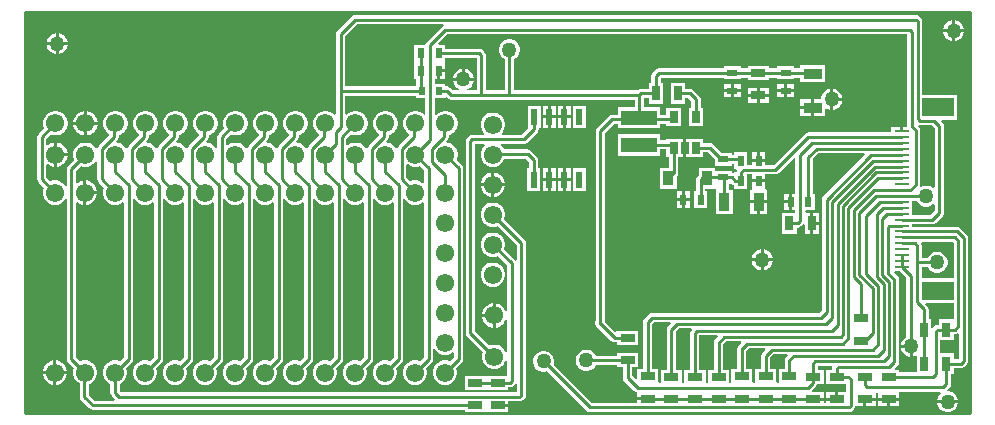
<source format=gtl>
G04*
G04 #@! TF.GenerationSoftware,Altium Limited,Altium Designer,21.7.2 (23)*
G04*
G04 Layer_Physical_Order=1*
G04 Layer_Color=255*
%FSLAX25Y25*%
%MOIN*%
G70*
G04*
G04 #@! TF.SameCoordinates,B8BBB409-1C5D-4E28-8008-B1E3FC97E4F7*
G04*
G04*
G04 #@! TF.FilePolarity,Positive*
G04*
G01*
G75*
%ADD10C,0.01000*%
%ADD12R,0.02756X0.03937*%
%ADD13R,0.12008X0.05118*%
%ADD14R,0.02362X0.02756*%
%ADD15R,0.03583X0.04803*%
%ADD16R,0.02362X0.05512*%
%ADD17R,0.05118X0.00984*%
%ADD18R,0.11024X0.06299*%
%ADD19R,0.05118X0.02756*%
%ADD20R,0.02756X0.05118*%
%ADD21R,0.02362X0.03543*%
%ADD22R,0.06299X0.03543*%
%ADD23R,0.03543X0.02362*%
%ADD24R,0.03543X0.06299*%
%ADD40C,0.06102*%
%ADD41C,0.05000*%
G36*
X293927Y95636D02*
X293887Y95587D01*
X292626D01*
Y94095D01*
X291626D01*
Y95587D01*
X288567D01*
Y93655D01*
X261024D01*
X260438Y93539D01*
X259942Y93207D01*
X249457Y82722D01*
X246669D01*
Y83752D01*
X244488D01*
X242307D01*
Y82722D01*
X240758D01*
Y87024D01*
X236396D01*
Y86181D01*
X235449D01*
Y86833D01*
X232068D01*
X229237Y89664D01*
X228741Y89996D01*
X228156Y90112D01*
X226000D01*
Y91551D01*
X222260D01*
Y91555D01*
X220382D01*
Y88587D01*
Y85618D01*
X221244D01*
Y85614D01*
X226000D01*
Y87053D01*
X227522D01*
X229906Y84670D01*
Y82471D01*
X235449D01*
Y83122D01*
X236396D01*
Y81480D01*
X236956D01*
X237223Y80980D01*
X237170Y80900D01*
X237056Y80331D01*
X236402D01*
X236402Y80331D01*
X235913Y80180D01*
X235449Y80296D01*
Y80921D01*
X230016D01*
Y81748D01*
X224433D01*
Y79509D01*
X224115Y79192D01*
X223784Y78695D01*
X223668Y78110D01*
Y74032D01*
X223016D01*
Y68488D01*
X227378D01*
Y74032D01*
X226726D01*
Y74945D01*
X229933D01*
X230172Y74734D01*
X230299Y74562D01*
Y66323D01*
X235842D01*
Y74622D01*
X234600D01*
Y76559D01*
X235449D01*
X235449Y76559D01*
Y76559D01*
X235503Y76506D01*
X235533Y76478D01*
X236029Y76146D01*
X236402Y76072D01*
Y74787D01*
X240764D01*
Y79663D01*
X242313D01*
Y78059D01*
X244494D01*
X246675D01*
Y79663D01*
X250091D01*
X250676Y79780D01*
X251172Y80111D01*
X256276Y85216D01*
X256738Y85024D01*
Y73244D01*
X255612D01*
Y70472D01*
Y67701D01*
X256738D01*
Y66945D01*
X252347D01*
Y59827D01*
X257103D01*
Y61856D01*
X257480D01*
X258066Y61973D01*
X258562Y62304D01*
X259327Y63069D01*
X259423Y63063D01*
X259827Y62907D01*
Y59827D01*
X261705D01*
Y63386D01*
Y66945D01*
X260244Y66945D01*
X259991Y67445D01*
X260180Y67701D01*
X263205D01*
Y73244D01*
X262553D01*
Y84800D01*
X264413Y86660D01*
X279700D01*
X279892Y86198D01*
X266029Y72335D01*
X265697Y71838D01*
X265581Y71253D01*
Y34460D01*
X264540Y33419D01*
X209055D01*
X208470Y33303D01*
X207974Y32971D01*
X206399Y31396D01*
X206067Y30900D01*
X205951Y30315D01*
Y14779D01*
X203921D01*
Y11493D01*
X203459Y11302D01*
X202317Y12444D01*
Y15339D01*
X204346D01*
Y20095D01*
X197228D01*
Y19247D01*
X190166D01*
X189809Y19866D01*
X189157Y20517D01*
X188359Y20978D01*
X187469Y21216D01*
X186547D01*
X185657Y20978D01*
X184859Y20517D01*
X184207Y19866D01*
X183746Y19068D01*
X183508Y18177D01*
Y17256D01*
X183746Y16366D01*
X184207Y15567D01*
X184859Y14916D01*
X185657Y14455D01*
X186547Y14217D01*
X187469D01*
X188359Y14455D01*
X189157Y14916D01*
X189809Y15567D01*
X190167Y16188D01*
X197228D01*
Y15339D01*
X199258D01*
Y11811D01*
X199374Y11226D01*
X199706Y10730D01*
X203052Y7383D01*
X203549Y7052D01*
X203921Y6978D01*
Y5421D01*
X207480D01*
Y4421D01*
X203921D01*
Y3498D01*
X188822D01*
X176149Y16171D01*
X176335Y16862D01*
Y17784D01*
X176096Y18674D01*
X175635Y19472D01*
X174984Y20123D01*
X174186Y20584D01*
X173295Y20823D01*
X172374D01*
X171484Y20584D01*
X170686Y20123D01*
X170034Y19472D01*
X169573Y18674D01*
X169335Y17784D01*
Y16862D01*
X169573Y15972D01*
X170034Y15174D01*
X170686Y14522D01*
X171484Y14061D01*
X172374Y13823D01*
X173295D01*
X173987Y14008D01*
X187108Y887D01*
X187604Y556D01*
X187883Y500D01*
X187834Y0D01*
X161332D01*
X161039Y379D01*
X161039Y500D01*
Y2257D01*
X157480D01*
Y3257D01*
X161039D01*
Y3982D01*
X164769D01*
X165354Y4099D01*
X165850Y4430D01*
X166436Y5016D01*
X166767Y5512D01*
X166884Y6098D01*
Y56772D01*
X166767Y57357D01*
X166436Y57853D01*
X159663Y64626D01*
X159681Y64657D01*
X159957Y65687D01*
Y66754D01*
X159681Y67784D01*
X159147Y68708D01*
X158393Y69462D01*
X157469Y69996D01*
X156439Y70272D01*
X155372D01*
X154342Y69996D01*
X153418Y69462D01*
X152664Y68708D01*
X152130Y67784D01*
X151854Y66754D01*
Y65687D01*
X152130Y64657D01*
X152664Y63733D01*
X153418Y62979D01*
X154342Y62445D01*
X155372Y62169D01*
X156439D01*
X157469Y62445D01*
X157500Y62463D01*
X163825Y56138D01*
Y51057D01*
X163325Y50905D01*
X163207Y51082D01*
X159663Y54626D01*
X159681Y54657D01*
X159957Y55687D01*
Y56754D01*
X159681Y57784D01*
X159147Y58708D01*
X158393Y59462D01*
X157469Y59996D01*
X156439Y60272D01*
X155372D01*
X154342Y59996D01*
X153418Y59462D01*
X152664Y58708D01*
X152130Y57784D01*
X151854Y56754D01*
Y55687D01*
X152130Y54657D01*
X152664Y53733D01*
X153418Y52979D01*
X154342Y52445D01*
X155372Y52169D01*
X156439D01*
X157469Y52445D01*
X157500Y52463D01*
X160596Y49367D01*
Y34227D01*
X160096Y34161D01*
X160074Y34241D01*
X159541Y35165D01*
X158787Y35919D01*
X157863Y36452D01*
X156833Y36728D01*
X156799D01*
Y32677D01*
Y28626D01*
X156833D01*
X157863Y28902D01*
X158787Y29435D01*
X159541Y30190D01*
X160074Y31113D01*
X160096Y31194D01*
X160596Y31128D01*
Y20447D01*
X160096Y20381D01*
X160074Y20461D01*
X159541Y21385D01*
X158787Y22139D01*
X157863Y22673D01*
X156833Y22949D01*
X155766D01*
X154736Y22673D01*
X154705Y22655D01*
X149955Y27405D01*
Y89809D01*
X153058D01*
X153265Y89309D01*
X152664Y88708D01*
X152130Y87784D01*
X151854Y86754D01*
Y85687D01*
X152130Y84657D01*
X152664Y83733D01*
X153418Y82979D01*
X154342Y82445D01*
X155372Y82169D01*
X156439D01*
X157469Y82445D01*
X158393Y82979D01*
X159147Y83733D01*
X159681Y84657D01*
X159753Y84927D01*
X166847D01*
X168037Y83737D01*
Y81709D01*
X167386D01*
Y74197D01*
X171748D01*
Y81709D01*
X171096D01*
Y84370D01*
X170980Y84955D01*
X170648Y85452D01*
X168562Y87538D01*
X168066Y87870D01*
X167480Y87986D01*
X159564D01*
X159147Y88708D01*
X158546Y89309D01*
X158753Y89809D01*
X166142D01*
X166727Y89926D01*
X167223Y90257D01*
X170766Y93800D01*
X171098Y94297D01*
X171214Y94882D01*
Y95063D01*
X171866D01*
Y102575D01*
X167504D01*
Y95063D01*
X167504Y95063D01*
X167504D01*
X167292Y94651D01*
X165508Y92868D01*
X158989D01*
X158782Y93368D01*
X159147Y93733D01*
X159681Y94657D01*
X159957Y95687D01*
Y96754D01*
X159681Y97784D01*
X159147Y98708D01*
X158393Y99462D01*
X157469Y99996D01*
X156439Y100272D01*
X155372D01*
X154342Y99996D01*
X153418Y99462D01*
X152664Y98708D01*
X152130Y97784D01*
X151854Y96754D01*
Y95687D01*
X152130Y94657D01*
X152664Y93733D01*
X153029Y93368D01*
X152822Y92868D01*
X149011D01*
X148426Y92752D01*
X147930Y92420D01*
X147637Y92127D01*
X147637Y92127D01*
X147637Y92127D01*
X147344Y91834D01*
X147012Y91338D01*
X146896Y90753D01*
Y26772D01*
X147012Y26186D01*
X147344Y25690D01*
X152542Y20492D01*
X152524Y20461D01*
X152248Y19431D01*
Y18364D01*
X152524Y17334D01*
X153058Y16410D01*
X153812Y15656D01*
X154736Y15123D01*
X155766Y14846D01*
X156833D01*
X157863Y15123D01*
X158787Y15656D01*
X159541Y16410D01*
X160074Y17334D01*
X160096Y17414D01*
X160596Y17348D01*
Y12614D01*
X153921D01*
Y12614D01*
X153559D01*
Y12614D01*
X146441D01*
Y7858D01*
X153559D01*
Y7858D01*
X153921D01*
Y7858D01*
X161039D01*
Y8707D01*
X161539D01*
X162125Y8823D01*
X162621Y9155D01*
X163207Y9741D01*
X163325Y9918D01*
X163825Y9766D01*
Y7041D01*
X31928D01*
X31451Y7519D01*
Y9838D01*
X31485Y9847D01*
X32409Y10380D01*
X33163Y11135D01*
X33696Y12058D01*
X33972Y13089D01*
Y14155D01*
X33696Y15186D01*
X33679Y15216D01*
X35554Y17092D01*
X35885Y17588D01*
X36002Y18173D01*
Y71308D01*
X36502Y71442D01*
X36680Y71135D01*
X37434Y70380D01*
X38358Y69847D01*
X39388Y69571D01*
X40455D01*
X41485Y69847D01*
X42409Y70380D01*
X42481Y70453D01*
X42943Y70261D01*
Y18807D01*
X41516Y17379D01*
X41485Y17397D01*
X40455Y17673D01*
X39388D01*
X38358Y17397D01*
X37434Y16864D01*
X36680Y16109D01*
X36146Y15186D01*
X35870Y14155D01*
Y13089D01*
X36146Y12058D01*
X36680Y11135D01*
X37434Y10380D01*
X38358Y9847D01*
X39388Y9571D01*
X40455D01*
X41485Y9847D01*
X42409Y10380D01*
X43163Y11135D01*
X43696Y12058D01*
X43972Y13089D01*
Y14155D01*
X43696Y15186D01*
X43679Y15216D01*
X45554Y17092D01*
X45885Y17588D01*
X46002Y18173D01*
Y71308D01*
X46502Y71442D01*
X46679Y71135D01*
X47434Y70380D01*
X48358Y69847D01*
X49388Y69571D01*
X50455D01*
X51485Y69847D01*
X52409Y70380D01*
X52481Y70453D01*
X52943Y70261D01*
Y18807D01*
X51516Y17379D01*
X51485Y17397D01*
X50455Y17673D01*
X49388D01*
X48358Y17397D01*
X47434Y16864D01*
X46679Y16109D01*
X46146Y15186D01*
X45870Y14155D01*
Y13089D01*
X46146Y12058D01*
X46679Y11135D01*
X47434Y10380D01*
X48358Y9847D01*
X49388Y9571D01*
X50455D01*
X51485Y9847D01*
X52409Y10380D01*
X53163Y11135D01*
X53696Y12058D01*
X53972Y13089D01*
Y14155D01*
X53696Y15186D01*
X53679Y15216D01*
X55554Y17092D01*
X55885Y17588D01*
X56002Y18173D01*
Y71308D01*
X56502Y71442D01*
X56679Y71135D01*
X57434Y70380D01*
X58358Y69847D01*
X59388Y69571D01*
X60455D01*
X61485Y69847D01*
X62409Y70380D01*
X62481Y70453D01*
X62943Y70261D01*
Y18807D01*
X61516Y17379D01*
X61485Y17397D01*
X60455Y17673D01*
X59388D01*
X58358Y17397D01*
X57434Y16864D01*
X56679Y16109D01*
X56146Y15186D01*
X55870Y14155D01*
Y13089D01*
X56146Y12058D01*
X56679Y11135D01*
X57434Y10380D01*
X58358Y9847D01*
X59388Y9571D01*
X60455D01*
X61485Y9847D01*
X62409Y10380D01*
X63163Y11135D01*
X63696Y12058D01*
X63972Y13089D01*
Y14155D01*
X63696Y15186D01*
X63679Y15216D01*
X65554Y17092D01*
X65885Y17588D01*
X66002Y18173D01*
Y71308D01*
X66502Y71442D01*
X66680Y71135D01*
X67434Y70380D01*
X68358Y69847D01*
X69388Y69571D01*
X70455D01*
X71485Y69847D01*
X72409Y70380D01*
X72481Y70453D01*
X72943Y70261D01*
Y18807D01*
X71516Y17379D01*
X71485Y17397D01*
X70455Y17673D01*
X69388D01*
X68358Y17397D01*
X67434Y16864D01*
X66680Y16109D01*
X66146Y15186D01*
X65870Y14155D01*
Y13089D01*
X66146Y12058D01*
X66680Y11135D01*
X67434Y10380D01*
X68358Y9847D01*
X69388Y9571D01*
X70455D01*
X71485Y9847D01*
X72409Y10380D01*
X73163Y11135D01*
X73696Y12058D01*
X73972Y13089D01*
Y14155D01*
X73696Y15186D01*
X73679Y15216D01*
X75554Y17092D01*
X75885Y17588D01*
X76002Y18173D01*
Y71308D01*
X76502Y71442D01*
X76679Y71135D01*
X77434Y70380D01*
X78358Y69847D01*
X79388Y69571D01*
X80455D01*
X81485Y69847D01*
X82409Y70380D01*
X82481Y70453D01*
X82943Y70261D01*
Y18807D01*
X81516Y17379D01*
X81485Y17397D01*
X80455Y17673D01*
X79388D01*
X78358Y17397D01*
X77434Y16864D01*
X76679Y16109D01*
X76146Y15186D01*
X75870Y14155D01*
Y13089D01*
X76146Y12058D01*
X76679Y11135D01*
X77434Y10380D01*
X78358Y9847D01*
X79388Y9571D01*
X80455D01*
X81485Y9847D01*
X82409Y10380D01*
X83163Y11135D01*
X83696Y12058D01*
X83972Y13089D01*
Y14155D01*
X83696Y15186D01*
X83679Y15216D01*
X85554Y17092D01*
X85885Y17588D01*
X86002Y18173D01*
Y71308D01*
X86502Y71442D01*
X86680Y71135D01*
X87434Y70380D01*
X88358Y69847D01*
X89388Y69571D01*
X90455D01*
X91485Y69847D01*
X92409Y70380D01*
X92481Y70453D01*
X92943Y70261D01*
Y18807D01*
X91516Y17379D01*
X91485Y17397D01*
X90455Y17673D01*
X89388D01*
X88358Y17397D01*
X87434Y16864D01*
X86680Y16109D01*
X86146Y15186D01*
X85870Y14155D01*
Y13089D01*
X86146Y12058D01*
X86680Y11135D01*
X87434Y10380D01*
X88358Y9847D01*
X89388Y9571D01*
X90455D01*
X91485Y9847D01*
X92409Y10380D01*
X93163Y11135D01*
X93696Y12058D01*
X93972Y13089D01*
Y14155D01*
X93696Y15186D01*
X93679Y15216D01*
X95554Y17092D01*
X95885Y17588D01*
X96002Y18173D01*
Y71308D01*
X96502Y71442D01*
X96680Y71135D01*
X97434Y70380D01*
X98358Y69847D01*
X99388Y69571D01*
X100455D01*
X101485Y69847D01*
X102409Y70380D01*
X102481Y70453D01*
X102943Y70261D01*
Y18807D01*
X101516Y17379D01*
X101485Y17397D01*
X100455Y17673D01*
X99388D01*
X98358Y17397D01*
X97434Y16864D01*
X96680Y16109D01*
X96146Y15186D01*
X95870Y14155D01*
Y13089D01*
X96146Y12058D01*
X96680Y11135D01*
X97434Y10380D01*
X98358Y9847D01*
X99388Y9571D01*
X100455D01*
X101485Y9847D01*
X102409Y10380D01*
X103163Y11135D01*
X103696Y12058D01*
X103972Y13089D01*
Y14155D01*
X103696Y15186D01*
X103679Y15216D01*
X105554Y17092D01*
X105885Y17588D01*
X106002Y18173D01*
Y71308D01*
X106502Y71442D01*
X106679Y71135D01*
X107434Y70380D01*
X108358Y69847D01*
X109388Y69571D01*
X110455D01*
X111485Y69847D01*
X112409Y70380D01*
X112481Y70453D01*
X112943Y70261D01*
Y18807D01*
X111516Y17379D01*
X111485Y17397D01*
X110455Y17673D01*
X109388D01*
X108358Y17397D01*
X107434Y16864D01*
X106679Y16109D01*
X106146Y15186D01*
X105870Y14155D01*
Y13089D01*
X106146Y12058D01*
X106679Y11135D01*
X107434Y10380D01*
X108358Y9847D01*
X109388Y9571D01*
X110455D01*
X111485Y9847D01*
X112409Y10380D01*
X113163Y11135D01*
X113696Y12058D01*
X113972Y13089D01*
Y14155D01*
X113696Y15186D01*
X113679Y15216D01*
X115554Y17092D01*
X115885Y17588D01*
X116002Y18173D01*
Y71308D01*
X116502Y71442D01*
X116680Y71135D01*
X117434Y70380D01*
X118358Y69847D01*
X119388Y69571D01*
X120455D01*
X121485Y69847D01*
X122409Y70380D01*
X122481Y70453D01*
X122943Y70261D01*
Y18807D01*
X121516Y17379D01*
X121485Y17397D01*
X120455Y17673D01*
X119388D01*
X118358Y17397D01*
X117434Y16864D01*
X116680Y16109D01*
X116146Y15186D01*
X115870Y14155D01*
Y13089D01*
X116146Y12058D01*
X116680Y11135D01*
X117434Y10380D01*
X118358Y9847D01*
X119388Y9571D01*
X120455D01*
X121485Y9847D01*
X122409Y10380D01*
X123163Y11135D01*
X123696Y12058D01*
X123972Y13089D01*
Y14155D01*
X123696Y15186D01*
X123679Y15216D01*
X125554Y17092D01*
X125885Y17588D01*
X126002Y18173D01*
Y71308D01*
X126502Y71442D01*
X126680Y71135D01*
X127434Y70380D01*
X128358Y69847D01*
X129388Y69571D01*
X130455D01*
X131485Y69847D01*
X132409Y70380D01*
X132481Y70453D01*
X132943Y70261D01*
Y18807D01*
X131516Y17379D01*
X131485Y17397D01*
X130455Y17673D01*
X129388D01*
X128358Y17397D01*
X127434Y16864D01*
X126680Y16109D01*
X126146Y15186D01*
X125870Y14155D01*
Y13089D01*
X126146Y12058D01*
X126680Y11135D01*
X127434Y10380D01*
X128358Y9847D01*
X129388Y9571D01*
X130455D01*
X131485Y9847D01*
X132409Y10380D01*
X133163Y11135D01*
X133696Y12058D01*
X133972Y13089D01*
Y14155D01*
X133696Y15186D01*
X133679Y15216D01*
X135554Y17092D01*
X135885Y17588D01*
X136002Y18173D01*
Y21308D01*
X136502Y21442D01*
X136679Y21135D01*
X137434Y20380D01*
X138358Y19847D01*
X139388Y19571D01*
X140455D01*
X141485Y19847D01*
X142409Y20380D01*
X142481Y20453D01*
X142943Y20261D01*
Y18807D01*
X141516Y17379D01*
X141485Y17397D01*
X140455Y17673D01*
X139388D01*
X138358Y17397D01*
X137434Y16864D01*
X136679Y16109D01*
X136146Y15186D01*
X135870Y14155D01*
Y13089D01*
X136146Y12058D01*
X136679Y11135D01*
X137434Y10380D01*
X138358Y9847D01*
X139388Y9571D01*
X140455D01*
X141485Y9847D01*
X142409Y10380D01*
X143163Y11135D01*
X143696Y12058D01*
X143972Y13089D01*
Y14155D01*
X143696Y15186D01*
X143679Y15216D01*
X145554Y17092D01*
X145885Y17588D01*
X146002Y18173D01*
Y81827D01*
X145885Y82412D01*
X145554Y82908D01*
X143836Y84626D01*
X143854Y84657D01*
X144130Y85687D01*
Y86754D01*
X143854Y87784D01*
X143321Y88708D01*
X142566Y89462D01*
X141642Y89996D01*
X140612Y90272D01*
X140510D01*
X140318Y90734D01*
X140673Y91088D01*
X141004Y91584D01*
X141121Y92169D01*
Y92806D01*
X141642Y92945D01*
X142566Y93479D01*
X143321Y94233D01*
X143854Y95157D01*
X144130Y96187D01*
Y97254D01*
X143854Y98284D01*
X143321Y99208D01*
X142566Y99962D01*
X141642Y100496D01*
X140612Y100772D01*
X139545D01*
X138515Y100496D01*
X137591Y99962D01*
X136962Y99333D01*
X136462Y99511D01*
Y105102D01*
X139976D01*
Y105268D01*
X140438Y105460D01*
X140843Y105055D01*
X141339Y104724D01*
X141924Y104607D01*
X203195D01*
Y102181D01*
X197721D01*
Y99561D01*
X195669D01*
X195084Y99445D01*
X194588Y99113D01*
X190651Y95176D01*
X190319Y94680D01*
X190203Y94095D01*
Y31060D01*
X190028Y30798D01*
X189911Y30213D01*
X190028Y29627D01*
X190359Y29131D01*
X195375Y24115D01*
X195871Y23784D01*
X196457Y23667D01*
X197228D01*
Y22819D01*
X204346D01*
Y27575D01*
X197228D01*
Y27295D01*
X196728Y27088D01*
X193262Y30555D01*
Y93461D01*
X196303Y96502D01*
X197721D01*
Y95063D01*
X211728D01*
Y96502D01*
X213764D01*
Y95772D01*
X218520D01*
Y101709D01*
X213764D01*
Y99561D01*
X211728D01*
Y102181D01*
X206254D01*
Y105164D01*
X207859D01*
Y103134D01*
X212615D01*
Y110252D01*
X211766D01*
Y111954D01*
X232949D01*
Y111302D01*
X238492D01*
Y111954D01*
X240823D01*
Y111106D01*
X247941D01*
Y111954D01*
X250665D01*
Y111302D01*
X256209D01*
Y111954D01*
X258343D01*
Y110509D01*
X266642D01*
Y116052D01*
X258343D01*
Y115013D01*
X256209D01*
Y115665D01*
X250665D01*
Y115013D01*
X247941D01*
Y115861D01*
X240823D01*
Y115013D01*
X238492D01*
Y115665D01*
X232949D01*
Y115013D01*
X211121D01*
X210536Y114897D01*
X210040Y114565D01*
X209156Y113681D01*
X208824Y113184D01*
X208707Y112599D01*
Y110252D01*
X207859D01*
Y108222D01*
X205281D01*
X204696Y108106D01*
X204199Y107774D01*
X204091Y107666D01*
X162947D01*
Y118101D01*
X163566Y118459D01*
X164218Y119111D01*
X164679Y119909D01*
X164917Y120799D01*
Y121721D01*
X164679Y122611D01*
X164218Y123409D01*
X163566Y124060D01*
X162768Y124521D01*
X161878Y124760D01*
X160957D01*
X160066Y124521D01*
X159268Y124060D01*
X158617Y123409D01*
X158156Y122611D01*
X157917Y121721D01*
Y120799D01*
X158156Y119909D01*
X158617Y119111D01*
X159268Y118459D01*
X159888Y118101D01*
Y107666D01*
X153498D01*
Y119493D01*
X153382Y120078D01*
X153050Y120574D01*
X152464Y121160D01*
X151968Y121492D01*
X151383Y121608D01*
X139982D01*
Y122850D01*
X137842D01*
X137650Y123312D01*
X140655Y126317D01*
X293927Y126317D01*
Y95636D01*
D02*
G37*
G36*
X139436Y129259D02*
X138940Y128928D01*
X133852Y123839D01*
X133520Y123343D01*
X133422Y122850D01*
X129709D01*
Y117307D01*
X129709D01*
Y116945D01*
X129709D01*
Y111402D01*
X130360D01*
Y109858D01*
X130102D01*
Y109010D01*
X106648D01*
Y125801D01*
X110604Y129758D01*
X139380D01*
X139436Y129259D01*
D02*
G37*
G36*
X150439Y107666D02*
X147517D01*
X147414Y108156D01*
X148212Y108617D01*
X148864Y109268D01*
X149325Y110066D01*
X149553Y110917D01*
X142573D01*
X142801Y110066D01*
X143262Y109268D01*
X143914Y108617D01*
X144712Y108156D01*
X144609Y107666D01*
X142558D01*
X141662Y108562D01*
X141166Y108893D01*
X140580Y109010D01*
X139976D01*
Y109858D01*
X136462D01*
Y111402D01*
X137301D01*
Y114173D01*
X137801D01*
Y114673D01*
X139982D01*
Y116945D01*
X139982D01*
Y117307D01*
X139982D01*
Y118549D01*
X150439D01*
Y107666D01*
D02*
G37*
G36*
X130102Y105102D02*
X133404D01*
Y99832D01*
X132904Y99625D01*
X132566Y99962D01*
X131642Y100496D01*
X130612Y100772D01*
X129545D01*
X128515Y100496D01*
X127591Y99962D01*
X126837Y99208D01*
X126304Y98284D01*
X126028Y97254D01*
Y96187D01*
X126304Y95157D01*
X126837Y94233D01*
X127591Y93479D01*
X127965Y93263D01*
X128007Y92748D01*
X124446Y89187D01*
X124115Y88691D01*
X124062Y88424D01*
X123535Y88337D01*
X123320Y88708D01*
X122566Y89462D01*
X121642Y89996D01*
X120612Y90272D01*
X120510D01*
X120318Y90734D01*
X120673Y91088D01*
X121004Y91584D01*
X121121Y92169D01*
Y92806D01*
X121642Y92945D01*
X122566Y93479D01*
X123320Y94233D01*
X123854Y95157D01*
X124130Y96187D01*
Y97254D01*
X123854Y98284D01*
X123320Y99208D01*
X122566Y99962D01*
X121642Y100496D01*
X120612Y100772D01*
X119545D01*
X118515Y100496D01*
X117591Y99962D01*
X116837Y99208D01*
X116304Y98284D01*
X116028Y97254D01*
Y96187D01*
X116304Y95157D01*
X116837Y94233D01*
X117591Y93479D01*
X117965Y93263D01*
X118007Y92748D01*
X114446Y89187D01*
X114115Y88691D01*
X114062Y88424D01*
X113534Y88337D01*
X113321Y88708D01*
X112566Y89462D01*
X111642Y89996D01*
X110612Y90272D01*
X109545D01*
X108515Y89996D01*
X107591Y89462D01*
X107519Y89390D01*
X107057Y89581D01*
Y91536D01*
X108484Y92963D01*
X108515Y92945D01*
X109545Y92669D01*
X110612D01*
X111642Y92945D01*
X112566Y93479D01*
X113321Y94233D01*
X113854Y95157D01*
X114130Y96187D01*
Y97254D01*
X113854Y98284D01*
X113321Y99208D01*
X112566Y99962D01*
X111642Y100496D01*
X110612Y100772D01*
X109545D01*
X108515Y100496D01*
X107591Y99962D01*
X107148Y99519D01*
X106648Y99726D01*
Y105951D01*
X130102D01*
Y105102D01*
D02*
G37*
G36*
X23998Y83907D02*
Y78016D01*
X24115Y77430D01*
X24446Y76934D01*
X26164Y75217D01*
X26146Y75186D01*
X25870Y74155D01*
Y73089D01*
X26146Y72058D01*
X26680Y71135D01*
X27434Y70380D01*
X28358Y69847D01*
X29388Y69571D01*
X30455D01*
X31485Y69847D01*
X32409Y70380D01*
X32481Y70453D01*
X32943Y70261D01*
Y18807D01*
X31516Y17379D01*
X31485Y17397D01*
X30455Y17673D01*
X29388D01*
X28358Y17397D01*
X27434Y16864D01*
X26680Y16109D01*
X26146Y15186D01*
X25870Y14155D01*
Y13089D01*
X26146Y12058D01*
X26680Y11135D01*
X27434Y10380D01*
X28358Y9847D01*
X28392Y9838D01*
Y6885D01*
X28508Y6300D01*
X28840Y5804D01*
X29857Y4786D01*
X29650Y4286D01*
X23074D01*
X21214Y6145D01*
Y9775D01*
X21485Y9847D01*
X22409Y10380D01*
X23163Y11135D01*
X23696Y12058D01*
X23972Y13089D01*
Y14155D01*
X23696Y15186D01*
X23163Y16109D01*
X22409Y16864D01*
X21485Y17397D01*
X20455Y17673D01*
X19388D01*
X18358Y17397D01*
X18327Y17379D01*
X16899Y18807D01*
Y70261D01*
X17361Y70453D01*
X17434Y70380D01*
X18358Y69847D01*
X19388Y69571D01*
X19421D01*
Y73622D01*
Y77673D01*
X19388D01*
X18358Y77397D01*
X17434Y76864D01*
X17361Y76791D01*
X16899Y76983D01*
Y80878D01*
X18484Y82463D01*
X18515Y82445D01*
X19545Y82169D01*
X20612D01*
X21642Y82445D01*
X22566Y82979D01*
X23321Y83733D01*
X23498Y84041D01*
X23998Y83907D01*
D02*
G37*
G36*
X127591Y82979D02*
X128515Y82445D01*
X129545Y82169D01*
X130612D01*
X131642Y82445D01*
X131673Y82463D01*
X132943Y81193D01*
Y76983D01*
X132481Y76791D01*
X132409Y76864D01*
X131485Y77397D01*
X130455Y77673D01*
X129388D01*
X128358Y77397D01*
X128327Y77379D01*
X127057Y78649D01*
Y82860D01*
X127519Y83051D01*
X127591Y82979D01*
D02*
G37*
G36*
X298207Y96002D02*
X302428D01*
X303195Y95235D01*
Y75296D01*
X302695Y75089D01*
X302543Y75242D01*
X301745Y75702D01*
X300854Y75941D01*
X299933D01*
X299043Y75702D01*
X298741Y75528D01*
X298305Y75854D01*
X298380Y76231D01*
Y94242D01*
X298263Y94827D01*
X297932Y95323D01*
X297653Y95603D01*
X297899Y96063D01*
X298207Y96002D01*
D02*
G37*
G36*
X297593Y70292D02*
X298245Y69640D01*
X299043Y69179D01*
X299933Y68941D01*
X300854D01*
X301745Y69179D01*
X302543Y69640D01*
X302695Y69792D01*
X303195Y69585D01*
Y67563D01*
X301729Y66096D01*
X295685D01*
Y70912D01*
X297235D01*
X297593Y70292D01*
D02*
G37*
G36*
X309504Y56837D02*
Y45094D01*
X298774D01*
Y48864D01*
X300779D01*
X301136Y48245D01*
X301788Y47593D01*
X302586Y47132D01*
X303476Y46894D01*
X304398D01*
X305288Y47132D01*
X306086Y47593D01*
X306738Y48245D01*
X307199Y49043D01*
X307437Y49933D01*
Y50854D01*
X307199Y51745D01*
X306738Y52543D01*
X306086Y53194D01*
X305288Y53655D01*
X304398Y53894D01*
X303476D01*
X302586Y53655D01*
X301788Y53194D01*
X301136Y52543D01*
X300779Y51923D01*
X298774D01*
Y55905D01*
X298657Y56491D01*
X298563Y56632D01*
X298830Y57132D01*
X309209D01*
X309504Y56837D01*
D02*
G37*
G36*
X309477Y32007D02*
X309465Y31512D01*
X304709D01*
Y29482D01*
X304129D01*
X303544Y29366D01*
X303048Y29034D01*
X302485Y28471D01*
X302386Y28478D01*
X301985Y28635D01*
Y31512D01*
X301136D01*
Y34646D01*
X301019Y35231D01*
X300688Y35727D01*
X300081Y36333D01*
X300273Y36795D01*
X309477D01*
Y32007D01*
D02*
G37*
G36*
X311309Y26616D02*
Y18196D01*
X311177Y18065D01*
X309465D01*
Y20095D01*
X305073D01*
Y24394D01*
X309465D01*
Y26423D01*
X309842D01*
X310428Y26540D01*
X310809Y26795D01*
X311309Y26616D01*
D02*
G37*
G36*
X293604Y45178D02*
Y25517D01*
X293127Y25242D01*
X292475Y24590D01*
X292014Y23792D01*
X291786Y22941D01*
X295276D01*
Y22441D01*
X295776D01*
Y18951D01*
X296626Y19180D01*
X296797Y19278D01*
X297230Y19028D01*
Y13734D01*
X291354D01*
Y14583D01*
X290041D01*
X289850Y15045D01*
X290818Y16012D01*
X291149Y16508D01*
X291266Y17094D01*
Y44619D01*
X291149Y45204D01*
X290818Y45700D01*
X289653Y46865D01*
X289844Y47327D01*
X291455D01*
X293604Y45178D01*
D02*
G37*
G36*
X215137Y29898D02*
X214273Y29034D01*
X213941Y28538D01*
X213825Y27953D01*
Y14583D01*
X211795D01*
Y10377D01*
X211539Y10188D01*
X211039Y10440D01*
Y14779D01*
X209010D01*
Y29682D01*
X209689Y30360D01*
X214946D01*
X215137Y29898D01*
D02*
G37*
G36*
X254114Y19268D02*
X253643Y18798D01*
X253311Y18302D01*
X253195Y17717D01*
Y14779D01*
X251165D01*
Y10346D01*
X250787Y10119D01*
X250410Y10346D01*
Y14779D01*
X248380D01*
Y18658D01*
X249452Y19730D01*
X253922D01*
X254114Y19268D01*
D02*
G37*
G36*
X246633Y21237D02*
X245769Y20373D01*
X245437Y19877D01*
X245321Y19291D01*
Y14779D01*
X243291D01*
Y10290D01*
X242791Y10091D01*
X242429Y10325D01*
Y14679D01*
X240400D01*
Y20914D01*
X241185Y21699D01*
X246442D01*
X246633Y21237D01*
D02*
G37*
G36*
X238759Y23599D02*
X238047Y22887D01*
X237789Y22715D01*
X237457Y22218D01*
X237341Y21633D01*
Y14679D01*
X235311D01*
Y9994D01*
X234661D01*
Y14583D01*
X232632D01*
Y22989D01*
X233704Y24061D01*
X238568D01*
X238759Y23599D01*
D02*
G37*
G36*
X230885Y25568D02*
X230021Y24703D01*
X229689Y24207D01*
X229573Y23622D01*
Y14583D01*
X227543D01*
Y9994D01*
X226787D01*
Y14583D01*
X224758D01*
Y26030D01*
X230694D01*
X230885Y25568D01*
D02*
G37*
G36*
X222224Y27930D02*
X222147Y27853D01*
X221815Y27357D01*
X221699Y26772D01*
Y14583D01*
X219669D01*
Y9994D01*
X218913D01*
Y14583D01*
X216884D01*
Y27319D01*
X217956Y28392D01*
X222032D01*
X222224Y27930D01*
D02*
G37*
G36*
X314961Y0D02*
X308242D01*
X308176Y500D01*
X308831Y675D01*
X309629Y1136D01*
X310281Y1788D01*
X310742Y2586D01*
X310970Y3437D01*
X303991D01*
X304219Y2586D01*
X304680Y1788D01*
X305331Y1136D01*
X306129Y675D01*
X306785Y500D01*
X306719Y0D01*
X274966D01*
X274917Y500D01*
X275196Y556D01*
X275693Y887D01*
X276278Y1473D01*
X276610Y1969D01*
X276685Y2347D01*
X279421D01*
Y4725D01*
X279921D01*
Y5225D01*
X283480D01*
Y6780D01*
X283858Y7007D01*
X284236Y6780D01*
Y5225D01*
X287795D01*
X291354D01*
X291354Y7103D01*
X291842Y7132D01*
X305052D01*
X305094Y7072D01*
X305226Y6632D01*
X304680Y6086D01*
X304219Y5288D01*
X303991Y4437D01*
X310970D01*
X310742Y5288D01*
X310281Y6086D01*
X309629Y6738D01*
X308831Y7198D01*
X307941Y7437D01*
X307551D01*
X307344Y7937D01*
X308168Y8761D01*
X308500Y9257D01*
X308616Y9843D01*
Y12976D01*
X309465D01*
Y15006D01*
X311811D01*
X312396Y15123D01*
X312893Y15454D01*
X313920Y16481D01*
X314252Y16978D01*
X314368Y17563D01*
Y58421D01*
X314252Y59007D01*
X313920Y59503D01*
X311711Y61711D01*
X311215Y62043D01*
X310630Y62159D01*
X295685D01*
Y63038D01*
X302362D01*
X302947Y63154D01*
X303444Y63485D01*
X305806Y65848D01*
X306137Y66344D01*
X306254Y66929D01*
Y95869D01*
X306137Y96454D01*
X305806Y96950D01*
X305399Y97357D01*
X305590Y97819D01*
X310764D01*
Y106118D01*
X298982D01*
Y130702D01*
X298866Y131287D01*
X298534Y131783D01*
X297948Y132369D01*
X297452Y132700D01*
X296867Y132817D01*
X109971Y132817D01*
X109971Y132817D01*
X109386Y132700D01*
X108889Y132369D01*
X104037Y127516D01*
X103705Y127020D01*
X103589Y126435D01*
Y107480D01*
Y99647D01*
X103089Y99440D01*
X102566Y99962D01*
X101642Y100496D01*
X100612Y100772D01*
X99545D01*
X98515Y100496D01*
X97591Y99962D01*
X96837Y99208D01*
X96304Y98284D01*
X96028Y97254D01*
Y96187D01*
X96304Y95157D01*
X96837Y94233D01*
X97591Y93479D01*
X97965Y93263D01*
X98007Y92748D01*
X94446Y89187D01*
X94115Y88691D01*
X94062Y88424D01*
X93534Y88337D01*
X93321Y88708D01*
X92566Y89462D01*
X91642Y89996D01*
X90612Y90272D01*
X90510D01*
X90318Y90734D01*
X90673Y91088D01*
X91004Y91584D01*
X91121Y92169D01*
Y92806D01*
X91642Y92945D01*
X92566Y93479D01*
X93321Y94233D01*
X93854Y95157D01*
X94130Y96187D01*
Y97254D01*
X93854Y98284D01*
X93321Y99208D01*
X92566Y99962D01*
X91642Y100496D01*
X90612Y100772D01*
X89545D01*
X88515Y100496D01*
X87591Y99962D01*
X86837Y99208D01*
X86304Y98284D01*
X86028Y97254D01*
Y96187D01*
X86304Y95157D01*
X86837Y94233D01*
X87591Y93479D01*
X87965Y93263D01*
X88007Y92748D01*
X84446Y89187D01*
X84115Y88691D01*
X84062Y88424D01*
X83534Y88337D01*
X83320Y88708D01*
X82566Y89462D01*
X81642Y89996D01*
X80612Y90272D01*
X80510D01*
X80318Y90734D01*
X80673Y91088D01*
X81004Y91584D01*
X81121Y92169D01*
Y92806D01*
X81642Y92945D01*
X82566Y93479D01*
X83320Y94233D01*
X83854Y95157D01*
X84130Y96187D01*
Y97254D01*
X83854Y98284D01*
X83320Y99208D01*
X82566Y99962D01*
X81642Y100496D01*
X80612Y100772D01*
X79545D01*
X78515Y100496D01*
X77591Y99962D01*
X76837Y99208D01*
X76304Y98284D01*
X76028Y97254D01*
Y96187D01*
X76304Y95157D01*
X76837Y94233D01*
X77591Y93479D01*
X77965Y93263D01*
X78007Y92748D01*
X74446Y89187D01*
X74115Y88691D01*
X74062Y88424D01*
X73535Y88337D01*
X73321Y88708D01*
X72566Y89462D01*
X71642Y89996D01*
X70612Y90272D01*
X69545D01*
X68515Y89996D01*
X67591Y89462D01*
X67519Y89390D01*
X67057Y89581D01*
Y91536D01*
X68484Y92963D01*
X68515Y92945D01*
X69545Y92669D01*
X70612D01*
X71642Y92945D01*
X72566Y93479D01*
X73321Y94233D01*
X73854Y95157D01*
X74130Y96187D01*
Y97254D01*
X73854Y98284D01*
X73321Y99208D01*
X72566Y99962D01*
X71642Y100496D01*
X70612Y100772D01*
X69545D01*
X68515Y100496D01*
X67591Y99962D01*
X66837Y99208D01*
X66304Y98284D01*
X66028Y97254D01*
Y96187D01*
X66304Y95157D01*
X66321Y95126D01*
X64446Y93251D01*
X64115Y92755D01*
X63998Y92169D01*
Y88534D01*
X63498Y88400D01*
X63320Y88708D01*
X62566Y89462D01*
X61642Y89996D01*
X60612Y90272D01*
X60510D01*
X60318Y90734D01*
X60673Y91088D01*
X61004Y91584D01*
X61121Y92169D01*
Y92806D01*
X61642Y92945D01*
X62566Y93479D01*
X63320Y94233D01*
X63854Y95157D01*
X64130Y96187D01*
Y97254D01*
X63854Y98284D01*
X63320Y99208D01*
X62566Y99962D01*
X61642Y100496D01*
X60612Y100772D01*
X59545D01*
X58515Y100496D01*
X57591Y99962D01*
X56837Y99208D01*
X56304Y98284D01*
X56028Y97254D01*
Y96187D01*
X56304Y95157D01*
X56837Y94233D01*
X57591Y93479D01*
X57965Y93263D01*
X58007Y92748D01*
X54446Y89187D01*
X54115Y88691D01*
X54062Y88424D01*
X53535Y88337D01*
X53320Y88708D01*
X52566Y89462D01*
X51642Y89996D01*
X50612Y90272D01*
X50510D01*
X50318Y90734D01*
X50673Y91088D01*
X51004Y91584D01*
X51121Y92169D01*
Y92806D01*
X51642Y92945D01*
X52566Y93479D01*
X53320Y94233D01*
X53854Y95157D01*
X54130Y96187D01*
Y97254D01*
X53854Y98284D01*
X53320Y99208D01*
X52566Y99962D01*
X51642Y100496D01*
X50612Y100772D01*
X49545D01*
X48515Y100496D01*
X47591Y99962D01*
X46837Y99208D01*
X46304Y98284D01*
X46028Y97254D01*
Y96187D01*
X46304Y95157D01*
X46837Y94233D01*
X47591Y93479D01*
X47965Y93263D01*
X48007Y92748D01*
X44446Y89187D01*
X44115Y88691D01*
X44062Y88424D01*
X43534Y88337D01*
X43321Y88708D01*
X42566Y89462D01*
X41642Y89996D01*
X40612Y90272D01*
X40510D01*
X40318Y90734D01*
X40673Y91088D01*
X41004Y91584D01*
X41121Y92169D01*
Y92806D01*
X41642Y92945D01*
X42566Y93479D01*
X43321Y94233D01*
X43854Y95157D01*
X44130Y96187D01*
Y97254D01*
X43854Y98284D01*
X43321Y99208D01*
X42566Y99962D01*
X41642Y100496D01*
X40612Y100772D01*
X39545D01*
X38515Y100496D01*
X37591Y99962D01*
X36837Y99208D01*
X36304Y98284D01*
X36028Y97254D01*
Y96187D01*
X36304Y95157D01*
X36837Y94233D01*
X37591Y93479D01*
X37965Y93263D01*
X38007Y92748D01*
X34446Y89187D01*
X34115Y88691D01*
X34062Y88424D01*
X33535Y88337D01*
X33321Y88708D01*
X32566Y89462D01*
X31642Y89996D01*
X30612Y90272D01*
X30510D01*
X30318Y90734D01*
X30673Y91088D01*
X31004Y91584D01*
X31121Y92169D01*
Y92806D01*
X31642Y92945D01*
X32566Y93479D01*
X33321Y94233D01*
X33854Y95157D01*
X34130Y96187D01*
Y97254D01*
X33854Y98284D01*
X33321Y99208D01*
X32566Y99962D01*
X31642Y100496D01*
X30612Y100772D01*
X29545D01*
X28515Y100496D01*
X27591Y99962D01*
X26837Y99208D01*
X26304Y98284D01*
X26028Y97254D01*
Y96187D01*
X26304Y95157D01*
X26837Y94233D01*
X27591Y93479D01*
X27965Y93263D01*
X28007Y92748D01*
X24446Y89187D01*
X24115Y88691D01*
X24062Y88424D01*
X23535Y88337D01*
X23321Y88708D01*
X22566Y89462D01*
X21642Y89996D01*
X20612Y90272D01*
X19545D01*
X18515Y89996D01*
X17591Y89462D01*
X16837Y88708D01*
X16304Y87784D01*
X16028Y86754D01*
Y85687D01*
X16304Y84657D01*
X16321Y84626D01*
X14289Y82593D01*
X13957Y82097D01*
X13841Y81512D01*
Y75936D01*
X13341Y75802D01*
X13163Y76109D01*
X12409Y76864D01*
X11485Y77397D01*
X10455Y77673D01*
X9388D01*
X8358Y77397D01*
X8327Y77379D01*
X7057Y78649D01*
Y82860D01*
X7519Y83051D01*
X7591Y82979D01*
X8515Y82445D01*
X9545Y82169D01*
X9579D01*
Y86221D01*
Y90272D01*
X9545D01*
X8515Y89996D01*
X7591Y89462D01*
X7519Y89390D01*
X7057Y89581D01*
Y91536D01*
X8484Y92963D01*
X8515Y92945D01*
X9545Y92669D01*
X10612D01*
X11642Y92945D01*
X12566Y93479D01*
X13320Y94233D01*
X13854Y95157D01*
X14130Y96187D01*
Y97254D01*
X13854Y98284D01*
X13320Y99208D01*
X12566Y99962D01*
X11642Y100496D01*
X10612Y100772D01*
X9545D01*
X8515Y100496D01*
X7591Y99962D01*
X6837Y99208D01*
X6304Y98284D01*
X6028Y97254D01*
Y96187D01*
X6304Y95157D01*
X6321Y95126D01*
X4446Y93251D01*
X4115Y92755D01*
X3998Y92169D01*
Y78016D01*
X4115Y77430D01*
X4446Y76934D01*
X6164Y75217D01*
X6146Y75186D01*
X5870Y74155D01*
Y73089D01*
X6146Y72058D01*
X6679Y71135D01*
X7434Y70380D01*
X8358Y69847D01*
X9388Y69571D01*
X10455D01*
X11485Y69847D01*
X12409Y70380D01*
X13163Y71135D01*
X13341Y71442D01*
X13841Y71308D01*
Y18173D01*
X13957Y17588D01*
X14289Y17092D01*
X16164Y15216D01*
X16146Y15186D01*
X15870Y14155D01*
Y13089D01*
X16146Y12058D01*
X16680Y11135D01*
X17434Y10380D01*
X18156Y9963D01*
Y5512D01*
X18272Y4927D01*
X18604Y4430D01*
X21359Y1675D01*
X21855Y1344D01*
X22440Y1227D01*
X146441D01*
Y500D01*
X146441Y379D01*
X146148Y0D01*
X0D01*
Y133858D01*
X314961D01*
Y0D01*
D02*
G37*
G36*
X268994Y15475D02*
X269047Y15293D01*
X268943Y14769D01*
Y14582D01*
X266913D01*
Y9826D01*
X273668D01*
Y7102D01*
X270972D01*
Y4724D01*
X270472D01*
Y4224D01*
X266913D01*
Y3498D01*
X266158D01*
Y4224D01*
X262598D01*
Y5224D01*
X266158D01*
Y7102D01*
X262335D01*
X262127Y7602D01*
X263680Y9155D01*
X264011Y9651D01*
X264046Y9826D01*
X266158D01*
Y14582D01*
X264128D01*
Y15793D01*
X268825D01*
X268994Y15475D01*
D02*
G37*
%LPC*%
G36*
X256209Y109753D02*
X253937D01*
Y108072D01*
X256209D01*
Y109753D01*
D02*
G37*
G36*
X238492D02*
X236221D01*
Y108072D01*
X238492D01*
Y109753D01*
D02*
G37*
G36*
X252937D02*
X250665D01*
Y108072D01*
X252937D01*
Y109753D01*
D02*
G37*
G36*
X235221D02*
X232949D01*
Y108072D01*
X235221D01*
Y109753D01*
D02*
G37*
G36*
X247941Y108382D02*
X244882D01*
Y106504D01*
X247941D01*
Y108382D01*
D02*
G37*
G36*
X243882D02*
X240823D01*
Y106504D01*
X243882D01*
Y108382D01*
D02*
G37*
G36*
X256209Y107072D02*
X253937D01*
Y105391D01*
X256209D01*
Y107072D01*
D02*
G37*
G36*
X252937D02*
X250665D01*
Y105391D01*
X252937D01*
Y107072D01*
D02*
G37*
G36*
X238492D02*
X236221D01*
Y105391D01*
X238492D01*
Y107072D01*
D02*
G37*
G36*
X235221D02*
X232949D01*
Y105391D01*
X235221D01*
Y107072D01*
D02*
G37*
G36*
X269398Y108214D02*
Y105224D01*
X272387D01*
X272159Y106075D01*
X271698Y106874D01*
X271047Y107525D01*
X270249Y107986D01*
X269398Y108214D01*
D02*
G37*
G36*
X247941Y105504D02*
X244882D01*
Y103626D01*
X247941D01*
Y105504D01*
D02*
G37*
G36*
X243882D02*
X240823D01*
Y103626D01*
X243882D01*
Y105504D01*
D02*
G37*
G36*
X261992Y104634D02*
X258343D01*
Y102362D01*
X261992D01*
Y104634D01*
D02*
G37*
G36*
X272387Y104224D02*
X269398D01*
Y101235D01*
X270249Y101463D01*
X271047Y101924D01*
X271698Y102575D01*
X272159Y103374D01*
X272387Y104224D01*
D02*
G37*
G36*
X268398Y108214D02*
X267547Y107986D01*
X266749Y107525D01*
X266097Y106874D01*
X265636Y106075D01*
X265398Y105185D01*
Y104634D01*
X262992D01*
Y101862D01*
Y99090D01*
X266642D01*
Y101408D01*
X267142Y101697D01*
X267547Y101463D01*
X268398Y101235D01*
Y104724D01*
Y108214D01*
D02*
G37*
G36*
X181866Y102575D02*
X180185D01*
Y99319D01*
X181866D01*
Y102575D01*
D02*
G37*
G36*
X179185D02*
X177504D01*
Y99319D01*
X179185D01*
Y102575D01*
D02*
G37*
G36*
X176866D02*
X175185D01*
Y99319D01*
X176866D01*
Y102575D01*
D02*
G37*
G36*
X174185D02*
X172504D01*
Y99319D01*
X174185D01*
Y102575D01*
D02*
G37*
G36*
X261992Y101362D02*
X258343D01*
Y99090D01*
X261992D01*
Y101362D01*
D02*
G37*
G36*
X220094Y110252D02*
X215339D01*
Y103134D01*
X220094D01*
Y105164D01*
X221020D01*
X222093Y104091D01*
Y101709D01*
X221244D01*
Y95772D01*
X226000D01*
Y101709D01*
X225151D01*
Y104724D01*
X225035Y105310D01*
X224704Y105806D01*
X222735Y107774D01*
X222239Y108106D01*
X221654Y108222D01*
X220094D01*
Y110252D01*
D02*
G37*
G36*
X186866Y102575D02*
X182504D01*
Y95063D01*
X186866D01*
Y102575D01*
D02*
G37*
G36*
X181866Y98319D02*
X180185D01*
Y95063D01*
X181866D01*
Y98319D01*
D02*
G37*
G36*
X179185D02*
X177504D01*
Y95063D01*
X179185D01*
Y98319D01*
D02*
G37*
G36*
X176866D02*
X175185D01*
Y95063D01*
X176866D01*
Y98319D01*
D02*
G37*
G36*
X174185D02*
X172504D01*
Y95063D01*
X174185D01*
Y98319D01*
D02*
G37*
G36*
X246669Y87024D02*
X244988D01*
Y84752D01*
X246669D01*
Y87024D01*
D02*
G37*
G36*
X243988D02*
X242307D01*
Y84752D01*
X243988D01*
Y87024D01*
D02*
G37*
G36*
X181866Y81709D02*
X180185D01*
Y78453D01*
X181866D01*
Y81709D01*
D02*
G37*
G36*
X179185D02*
X177504D01*
Y78453D01*
X179185D01*
Y81709D01*
D02*
G37*
G36*
X176866D02*
X175185D01*
Y78453D01*
X176866D01*
Y81709D01*
D02*
G37*
G36*
X174185D02*
X172504D01*
Y78453D01*
X174185D01*
Y81709D01*
D02*
G37*
G36*
X156439Y80272D02*
X156405D01*
Y76720D01*
X159957D01*
Y76754D01*
X159681Y77784D01*
X159147Y78708D01*
X158393Y79462D01*
X157469Y79996D01*
X156439Y80272D01*
D02*
G37*
G36*
X155405D02*
X155372D01*
X154342Y79996D01*
X153418Y79462D01*
X152664Y78708D01*
X152130Y77784D01*
X151854Y76754D01*
Y76720D01*
X155405D01*
Y80272D01*
D02*
G37*
G36*
X211728Y93047D02*
X197721D01*
Y85929D01*
X211728D01*
Y87998D01*
X213764D01*
Y85614D01*
X214612D01*
Y81748D01*
X211555D01*
Y74945D01*
X217137D01*
Y78975D01*
X217223Y79061D01*
X217555Y79557D01*
X217671Y80142D01*
Y85614D01*
X218520D01*
Y85618D01*
X219382D01*
Y88587D01*
Y91555D01*
X217504D01*
Y91551D01*
X213764D01*
Y91057D01*
X211728D01*
Y93047D01*
D02*
G37*
G36*
X186866Y81709D02*
X182504D01*
Y74197D01*
X186866D01*
Y81709D01*
D02*
G37*
G36*
X181866Y77453D02*
X180185D01*
Y74197D01*
X181866D01*
Y77453D01*
D02*
G37*
G36*
X179185D02*
X177504D01*
Y74197D01*
X179185D01*
Y77453D01*
D02*
G37*
G36*
X176866D02*
X175185D01*
Y74197D01*
X176866D01*
Y77453D01*
D02*
G37*
G36*
X174185D02*
X172504D01*
Y74197D01*
X174185D01*
Y77453D01*
D02*
G37*
G36*
X159957Y75721D02*
X156405D01*
Y72169D01*
X156439D01*
X157469Y72445D01*
X158393Y72979D01*
X159147Y73733D01*
X159681Y74657D01*
X159957Y75687D01*
Y75721D01*
D02*
G37*
G36*
X155405D02*
X151854D01*
Y75687D01*
X152130Y74657D01*
X152664Y73733D01*
X153418Y72979D01*
X154342Y72445D01*
X155372Y72169D01*
X155405D01*
Y75721D01*
D02*
G37*
G36*
X221466Y74032D02*
X219785D01*
Y71760D01*
X221466D01*
Y74032D01*
D02*
G37*
G36*
X218785D02*
X217104D01*
Y71760D01*
X218785D01*
Y74032D01*
D02*
G37*
G36*
X254612Y73244D02*
X252931D01*
Y70972D01*
X254612D01*
Y73244D01*
D02*
G37*
G36*
X246675Y77059D02*
X244494D01*
X242313D01*
X242313Y74787D01*
X241882Y74622D01*
X241717D01*
Y70972D01*
X244489D01*
X247261D01*
Y74622D01*
X247107D01*
X246675Y74787D01*
X246675Y75122D01*
Y77059D01*
D02*
G37*
G36*
X221466Y70760D02*
X219785D01*
Y68488D01*
X221466D01*
Y70760D01*
D02*
G37*
G36*
X218785D02*
X217104D01*
Y68488D01*
X218785D01*
Y70760D01*
D02*
G37*
G36*
X254612Y69972D02*
X252931D01*
Y67701D01*
X254612D01*
Y69972D01*
D02*
G37*
G36*
X247261D02*
X244989D01*
Y66323D01*
X247261D01*
Y69972D01*
D02*
G37*
G36*
X243989D02*
X241717D01*
Y66323D01*
X243989D01*
Y69972D01*
D02*
G37*
G36*
X262705Y66945D02*
Y63886D01*
X264583D01*
Y66945D01*
X262705D01*
D02*
G37*
G36*
X264583Y62886D02*
X262705D01*
Y59827D01*
X264583D01*
Y62886D01*
D02*
G37*
G36*
X246169Y54671D02*
Y51681D01*
X249159D01*
X248931Y52532D01*
X248470Y53330D01*
X247818Y53982D01*
X247020Y54443D01*
X246169Y54671D01*
D02*
G37*
G36*
X245169D02*
X244318Y54443D01*
X243520Y53982D01*
X242869Y53330D01*
X242408Y52532D01*
X242180Y51681D01*
X245169D01*
Y54671D01*
D02*
G37*
G36*
X249159Y50681D02*
X246169D01*
Y47692D01*
X247020Y47920D01*
X247818Y48380D01*
X248470Y49032D01*
X248931Y49830D01*
X249159Y50681D01*
D02*
G37*
G36*
X245169D02*
X242180D01*
X242408Y49830D01*
X242869Y49032D01*
X243520Y48380D01*
X244318Y47920D01*
X245169Y47692D01*
Y50681D01*
D02*
G37*
G36*
X156439Y50272D02*
X155372D01*
X154342Y49996D01*
X153418Y49462D01*
X152664Y48708D01*
X152130Y47784D01*
X151854Y46754D01*
Y45687D01*
X152130Y44657D01*
X152664Y43733D01*
X153418Y42979D01*
X154342Y42445D01*
X155372Y42169D01*
X156439D01*
X157469Y42445D01*
X158393Y42979D01*
X159147Y43733D01*
X159681Y44657D01*
X159957Y45687D01*
Y46754D01*
X159681Y47784D01*
X159147Y48708D01*
X158393Y49462D01*
X157469Y49996D01*
X156439Y50272D01*
D02*
G37*
G36*
X155799Y36728D02*
X155766D01*
X154736Y36452D01*
X153812Y35919D01*
X153058Y35165D01*
X152524Y34241D01*
X152248Y33211D01*
Y33177D01*
X155799D01*
Y36728D01*
D02*
G37*
G36*
Y32177D02*
X152248D01*
Y32144D01*
X152524Y31113D01*
X153058Y30190D01*
X153812Y29435D01*
X154736Y28902D01*
X155766Y28626D01*
X155799D01*
Y32177D01*
D02*
G37*
G36*
X146563Y114907D02*
Y111917D01*
X149553D01*
X149325Y112768D01*
X148864Y113566D01*
X148212Y114218D01*
X147414Y114679D01*
X146563Y114907D01*
D02*
G37*
G36*
X145563D02*
X144712Y114679D01*
X143914Y114218D01*
X143262Y113566D01*
X142801Y112768D01*
X142573Y111917D01*
X145563D01*
Y114907D01*
D02*
G37*
G36*
X139982Y113673D02*
X138301D01*
Y111402D01*
X139982D01*
Y113673D01*
D02*
G37*
G36*
X20455Y77673D02*
X20421D01*
Y74122D01*
X23972D01*
Y74155D01*
X23696Y75186D01*
X23163Y76109D01*
X22409Y76864D01*
X21485Y77397D01*
X20455Y77673D01*
D02*
G37*
G36*
X23972Y73122D02*
X20421D01*
Y69571D01*
X20455D01*
X21485Y69847D01*
X22409Y70380D01*
X23163Y71135D01*
X23696Y72058D01*
X23972Y73089D01*
Y73122D01*
D02*
G37*
G36*
X294776Y21941D02*
X291786D01*
X292014Y21090D01*
X292475Y20292D01*
X293127Y19640D01*
X293925Y19180D01*
X294776Y18951D01*
Y21941D01*
D02*
G37*
G36*
X309949Y131049D02*
Y128059D01*
X312938D01*
X312710Y128910D01*
X312249Y129708D01*
X311598Y130360D01*
X310800Y130821D01*
X309949Y131049D01*
D02*
G37*
G36*
X308949D02*
X308098Y130821D01*
X307300Y130360D01*
X306648Y129708D01*
X306187Y128910D01*
X305959Y128059D01*
X308949D01*
Y131049D01*
D02*
G37*
G36*
X312938Y127059D02*
X309949D01*
Y124070D01*
X310800Y124298D01*
X311598Y124758D01*
X312249Y125410D01*
X312710Y126208D01*
X312938Y127059D01*
D02*
G37*
G36*
X308949D02*
X305959D01*
X306187Y126208D01*
X306648Y125410D01*
X307300Y124758D01*
X308098Y124298D01*
X308949Y124070D01*
Y127059D01*
D02*
G37*
G36*
X11130Y126718D02*
Y123728D01*
X14119D01*
X13891Y124579D01*
X13431Y125377D01*
X12779Y126029D01*
X11981Y126490D01*
X11130Y126718D01*
D02*
G37*
G36*
X10130D02*
X9279Y126490D01*
X8481Y126029D01*
X7829Y125377D01*
X7368Y124579D01*
X7140Y123728D01*
X10130D01*
Y126718D01*
D02*
G37*
G36*
X14119Y122728D02*
X11130D01*
Y119739D01*
X11981Y119967D01*
X12779Y120428D01*
X13431Y121079D01*
X13891Y121877D01*
X14119Y122728D01*
D02*
G37*
G36*
X10130D02*
X7140D01*
X7368Y121877D01*
X7829Y121079D01*
X8481Y120428D01*
X9279Y119967D01*
X10130Y119739D01*
Y122728D01*
D02*
G37*
G36*
X20612Y100772D02*
X20579D01*
Y97220D01*
X24130D01*
Y97254D01*
X23854Y98284D01*
X23321Y99208D01*
X22566Y99962D01*
X21642Y100496D01*
X20612Y100772D01*
D02*
G37*
G36*
X19579D02*
X19545D01*
X18515Y100496D01*
X17591Y99962D01*
X16837Y99208D01*
X16304Y98284D01*
X16028Y97254D01*
Y97220D01*
X19579D01*
Y100772D01*
D02*
G37*
G36*
X24130Y96220D02*
X20579D01*
Y92669D01*
X20612D01*
X21642Y92945D01*
X22566Y93479D01*
X23321Y94233D01*
X23854Y95157D01*
X24130Y96187D01*
Y96220D01*
D02*
G37*
G36*
X19579D02*
X16028D01*
Y96187D01*
X16304Y95157D01*
X16837Y94233D01*
X17591Y93479D01*
X18515Y92945D01*
X19545Y92669D01*
X19579D01*
Y96220D01*
D02*
G37*
G36*
X10612Y90272D02*
X10579D01*
Y86721D01*
X14130D01*
Y86754D01*
X13854Y87784D01*
X13320Y88708D01*
X12566Y89462D01*
X11642Y89996D01*
X10612Y90272D01*
D02*
G37*
G36*
X14130Y85720D02*
X10579D01*
Y82169D01*
X10612D01*
X11642Y82445D01*
X12566Y82979D01*
X13320Y83733D01*
X13854Y84657D01*
X14130Y85687D01*
Y85720D01*
D02*
G37*
G36*
X10455Y17673D02*
X10421D01*
Y14122D01*
X13972D01*
Y14155D01*
X13696Y15186D01*
X13163Y16109D01*
X12409Y16864D01*
X11485Y17397D01*
X10455Y17673D01*
D02*
G37*
G36*
X9421D02*
X9388D01*
X8358Y17397D01*
X7434Y16864D01*
X6679Y16109D01*
X6146Y15186D01*
X5870Y14155D01*
Y14122D01*
X9421D01*
Y17673D01*
D02*
G37*
G36*
X13972Y13122D02*
X10421D01*
Y9571D01*
X10455D01*
X11485Y9847D01*
X12409Y10380D01*
X13163Y11135D01*
X13696Y12058D01*
X13972Y13089D01*
Y13122D01*
D02*
G37*
G36*
X9421D02*
X5870D01*
Y13089D01*
X6146Y12058D01*
X6679Y11135D01*
X7434Y10380D01*
X8358Y9847D01*
X9388Y9571D01*
X9421D01*
Y13122D01*
D02*
G37*
G36*
X291354Y4225D02*
X288295D01*
Y2347D01*
X291354D01*
Y4225D01*
D02*
G37*
G36*
X287295D02*
X284236D01*
Y2347D01*
X287295D01*
Y4225D01*
D02*
G37*
G36*
X283480Y4225D02*
X280421D01*
Y2347D01*
X283480D01*
Y4225D01*
D02*
G37*
G36*
X269972Y7102D02*
X266913D01*
Y5224D01*
X269972D01*
Y7102D01*
D02*
G37*
%LPD*%
D10*
X151383Y120079D02*
X151969Y119493D01*
X137801Y120079D02*
X151383D01*
X151969Y106136D02*
X161417D01*
X141924D02*
X151969D01*
Y119493D01*
X140580Y107480D02*
X141924Y106136D01*
X161417D02*
Y121260D01*
X137795Y107480D02*
X140580D01*
X161417Y106136D02*
X204724D01*
X131890Y107480D02*
Y114173D01*
X105118Y107480D02*
X131890D01*
X105118D02*
Y126435D01*
Y95323D02*
Y107480D01*
X131890Y114173D02*
Y120079D01*
X216142Y80142D02*
Y88583D01*
X214346Y78347D02*
X216142Y80142D01*
Y88583D02*
Y88650D01*
X164769Y5512D02*
X165354Y6098D01*
X31295Y5512D02*
X164769D01*
X165354Y6098D02*
Y56772D01*
X155905Y66220D02*
X165354Y56772D01*
X162125Y10822D02*
Y50001D01*
X150000Y10236D02*
X161539D01*
X162125Y10822D01*
X155905Y56221D02*
X162125Y50001D01*
X172835Y17323D02*
X188189Y1969D01*
X196457Y25197D02*
X200787D01*
X191441Y30213D02*
X196457Y25197D01*
X250091Y81193D02*
X261024Y92126D01*
X239461Y81193D02*
X250091D01*
X278740Y24410D02*
X280118D01*
X277953Y66929D02*
X283465Y72441D01*
X276165Y67669D02*
X282905Y74409D01*
X283906Y66584D02*
X285827Y68504D01*
X272591Y69150D02*
X283755Y80315D01*
X280315Y65748D02*
X285039Y70472D01*
X274378Y68410D02*
X284315Y78347D01*
X262598Y12204D02*
Y16535D01*
X263386Y17323D02*
X286210D01*
X270472Y14769D02*
X271058Y15354D01*
X270472Y12204D02*
Y14769D01*
Y12204D02*
X274409D01*
X271058Y15354D02*
X287997D01*
X262598Y16535D02*
X263386Y17323D01*
X262598Y10236D02*
Y12204D01*
X262598Y12204D01*
X274409D02*
X275197Y11416D01*
X277953Y46291D02*
X282587Y41657D01*
Y26879D02*
Y41657D01*
X280118Y24410D02*
X282587Y26879D01*
X280315Y46457D02*
X284374Y42398D01*
X278740Y31693D02*
Y42976D01*
X280315Y46457D02*
Y65748D01*
X282635Y21260D02*
X284374Y22999D01*
X267110Y33827D02*
Y71253D01*
X268898Y27559D02*
X270803Y29465D01*
X266929Y29921D02*
X268898Y31890D01*
Y70513D01*
X265173Y31890D02*
X267110Y33827D01*
X270803Y29465D02*
Y69891D01*
X284374Y22999D02*
Y42398D01*
X285694Y46133D02*
X287949Y43878D01*
X289736Y17094D02*
Y44619D01*
X284422Y19291D02*
X286161Y21031D01*
Y43138D01*
X287481Y46874D02*
X289736Y44619D01*
X287949Y19062D02*
Y43878D01*
X286210Y17323D02*
X287949Y19062D01*
X287997Y15354D02*
X289736Y17094D01*
X272591Y26326D02*
Y69150D01*
X271855Y25591D02*
X272591Y26326D01*
X285694Y46133D02*
Y64848D01*
X287481Y62013D02*
X288067Y62598D01*
X287481Y46874D02*
Y62013D01*
X274378Y24964D02*
Y68410D01*
X283906Y45393D02*
X286161Y43138D01*
X272643Y23228D02*
X274378Y24964D01*
X276165Y45551D02*
Y67669D01*
X277953Y46291D02*
Y66929D01*
X276165Y45551D02*
X278740Y42976D01*
X285694Y64848D02*
X287381Y66535D01*
X283906Y45393D02*
Y66584D01*
X257480Y63386D02*
X258268Y64173D01*
X261024Y70472D02*
Y85433D01*
X254725Y63386D02*
X257480D01*
X262500Y4823D02*
X262598Y4724D01*
X254823Y4823D02*
X262500D01*
X254724Y4921D02*
X254823Y4823D01*
X260827Y8465D02*
X262598Y10236D01*
X254724Y12204D02*
Y17717D01*
X256299Y19291D01*
X246850Y19291D02*
X248819Y21260D01*
X246850Y12204D02*
Y19291D01*
X204134Y8465D02*
X260827D01*
X238920Y4871D02*
X246800D01*
X246850Y4921D02*
X254724D01*
X246800Y4871D02*
X246850Y4921D01*
X283465Y72441D02*
X292126D01*
X282078Y86221D02*
X292126D01*
X283755Y80315D02*
X292126D01*
X284315Y78347D02*
X292126D01*
X282905Y74409D02*
X292126D01*
X270803Y69891D02*
X283196Y82284D01*
X292126D01*
X285039Y70472D02*
X292126D01*
X282637Y84252D02*
X292126D01*
X267110Y71253D02*
X282078Y86221D01*
X268898Y70513D02*
X282637Y84252D01*
X285827Y68504D02*
X292126D01*
X295457Y95636D02*
X296850Y94242D01*
X303062Y97531D02*
X304724Y95869D01*
Y66929D02*
Y95869D01*
X296850Y76231D02*
Y94242D01*
X297453Y98286D02*
X298207Y97531D01*
X303062D01*
X294871Y127847D02*
X295457Y127261D01*
X140022Y127847D02*
X294871Y127847D01*
X295457Y95636D02*
Y127261D01*
X292126Y72441D02*
X300394D01*
X292126Y74409D02*
X292134Y74417D01*
X295037D02*
X296850Y76231D01*
X292134Y74417D02*
X295037D01*
X261024Y92126D02*
X292126D01*
X263779Y88189D02*
X292126D01*
X262205Y90158D02*
X292126D01*
X258268Y86221D02*
X262205Y90158D01*
X261024Y85433D02*
X263779Y88189D01*
X292126Y62598D02*
X292126Y62598D01*
Y60630D02*
X292126Y60630D01*
X292126Y58661D02*
X292126Y58661D01*
X292126Y50787D02*
Y52756D01*
X302362Y64567D02*
X304724Y66929D01*
X292126Y48819D02*
X295133Y45812D01*
X292126Y48819D02*
Y50787D01*
Y56693D02*
X296457D01*
X258268Y64173D02*
Y86221D01*
X288067Y62598D02*
X292126D01*
X287381Y66535D02*
X292126D01*
X248819Y21260D02*
X282635D01*
X256299Y19291D02*
X284422D01*
X279921Y9449D02*
X280709Y8661D01*
X279921Y9449D02*
Y12205D01*
X302756D02*
X303543Y12992D01*
X307087Y16535D02*
X311811D01*
X299607Y16536D02*
X299608Y16535D01*
X307087D02*
X307087Y16535D01*
X307087Y9843D02*
Y16535D01*
X307087Y16535D01*
X295133Y22583D02*
X295276Y22441D01*
X305906Y8661D02*
X307087Y9843D01*
X188189Y1969D02*
X274611D01*
X275197Y2554D01*
X312839Y17563D02*
Y58421D01*
X292126Y60630D02*
X310630D01*
X296867Y131287D02*
X297453Y130702D01*
X310630Y60630D02*
X312839Y58421D01*
X311811Y16535D02*
X312839Y17563D01*
X297244Y50394D02*
X303937D01*
X311034Y44645D02*
Y57470D01*
X296457Y56693D02*
X297244Y55905D01*
Y37008D02*
Y50394D01*
Y55905D01*
Y37008D02*
X299606Y34646D01*
X311034Y44645D02*
X311051Y44628D01*
Y36895D02*
Y44628D01*
X311006Y36849D02*
X311051Y36895D01*
X311006Y29116D02*
Y36849D01*
X299606Y27953D02*
Y34646D01*
X309842Y27953D02*
X311006Y29116D01*
X303543Y27367D02*
X304129Y27953D01*
X307087D02*
X309842D01*
X299606Y27953D02*
X299607Y27953D01*
X299607Y16536D02*
Y27952D01*
X299607Y27953D02*
X299607Y27952D01*
X304129Y27953D02*
X307087D01*
X280709Y8661D02*
X305906D01*
X287795Y12205D02*
X302756D01*
X240551Y23228D02*
X272643D01*
X233071Y25591D02*
X271855D01*
X292126Y58661D02*
X309842D01*
X297453Y98286D02*
Y130702D01*
X292126Y64567D02*
X302362D01*
X224016Y27559D02*
X268898D01*
X217323Y29921D02*
X266929D01*
X209055Y31890D02*
X265173D01*
X275197Y2554D02*
Y11416D01*
X303543Y12992D02*
Y27367D01*
X295133Y22583D02*
Y45812D01*
X109971Y131287D02*
X296867Y131287D01*
X309842Y58661D02*
X311034Y57470D01*
X215354Y4725D02*
X223228D01*
X207480Y12401D02*
Y30315D01*
X215354Y27953D02*
X217323Y29921D01*
X207480Y30315D02*
X209055Y31890D01*
X215256Y4823D02*
X215354Y4725D01*
X223228Y12205D02*
Y26772D01*
X224016Y27559D01*
X215354Y12205D02*
Y27953D01*
X238913Y21590D02*
X240551Y23228D01*
X231102Y12205D02*
Y23622D01*
X233071Y25591D01*
X223228Y4725D02*
X231102D01*
X231151Y4773D01*
X238870Y12301D02*
Y21633D01*
X207480Y4921D02*
X207578Y4823D01*
X231151Y4773D02*
X238822D01*
X238870Y4821D01*
X207578Y4823D02*
X215256D01*
X238870Y4821D02*
X238920Y4871D01*
X200787Y11811D02*
Y17717D01*
Y11811D02*
X204134Y8465D01*
X187009Y17717D02*
X200787D01*
X233071Y70472D02*
Y78347D01*
X225827Y78740D02*
X232677D01*
X228156Y88583D02*
X232087Y84652D01*
X232677D01*
X238177D01*
X232677Y78740D02*
X235433D01*
X236614Y77559D02*
X238583D01*
X238177Y84652D02*
X238577Y84252D01*
X223622Y98032D02*
Y104724D01*
X191732Y29921D02*
Y94095D01*
X204724Y89528D02*
X215264D01*
X204724Y98032D02*
X216142D01*
X191732Y94095D02*
X195669Y98032D01*
X204724D01*
X187008Y17717D02*
X187009Y17717D01*
X225197Y71260D02*
Y78110D01*
X215264Y89528D02*
X216142Y88650D01*
X225197Y78110D02*
X225433Y78347D01*
X225827Y78740D01*
X223622Y88583D02*
X228156D01*
X235433Y78740D02*
X236614Y77559D01*
X238583D02*
Y80315D01*
X239461Y81193D01*
X211121Y113484D02*
X235720D01*
X253437D02*
X262289D01*
X244382D02*
X253437D01*
X262289D02*
X262492Y113280D01*
X204724Y106136D02*
X205281Y106693D01*
X221654D02*
X223622Y104724D01*
X217717Y106693D02*
X221654D01*
X210237Y112599D02*
X211121Y113484D01*
X205281Y106693D02*
X210237D01*
X204724Y98032D02*
Y106136D01*
X210237Y106693D02*
Y112599D01*
X235720Y113484D02*
X244382D01*
X134933Y91075D02*
Y122758D01*
X140022Y127847D01*
X105118Y126435D02*
X109971Y131287D01*
X155905Y86457D02*
X167480D01*
X148425Y26772D02*
X156299Y18898D01*
X148425Y26772D02*
Y90753D01*
X148718Y91046D01*
X149011Y91339D02*
X166142D01*
X148718Y91046D02*
X149011Y91339D01*
X166142D02*
X169685Y94882D01*
Y98819D01*
X169567Y77953D02*
Y84370D01*
X167480Y86457D02*
X169567Y84370D01*
X130079Y86221D02*
X134933Y91075D01*
X115528Y88106D02*
X119591Y92169D01*
Y96233D02*
X120079Y96720D01*
X119591Y92169D02*
Y96233D01*
X120079Y80485D02*
Y86221D01*
Y80485D02*
X124472Y76091D01*
Y18173D02*
Y76091D01*
X119921Y13622D02*
X124472Y18173D01*
X15370Y81512D02*
X20079Y86221D01*
X110079Y80485D02*
Y86221D01*
X105528Y92169D02*
X110079Y96720D01*
X105528Y78016D02*
Y92169D01*
Y78016D02*
X109921Y73622D01*
X110079Y80485D02*
X114472Y76091D01*
X39591Y96233D02*
X40079Y96720D01*
X49591Y96233D02*
X50079Y96720D01*
X59591Y96233D02*
X60079Y96720D01*
X79591Y96233D02*
X80079Y96720D01*
X89591Y96233D02*
X90079Y96720D01*
X99591Y96233D02*
X100079Y96720D01*
X40079Y80485D02*
X44472Y76091D01*
X60079Y80485D02*
X64472Y76091D01*
X45528Y78016D02*
X49921Y73622D01*
X50079Y80485D02*
X54472Y76091D01*
X55528Y78016D02*
X59921Y73622D01*
X65528Y78016D02*
X69921Y73622D01*
X70079Y80485D02*
X74472Y76091D01*
X75528Y78016D02*
X79921Y73622D01*
X80079Y80485D02*
X84472Y76091D01*
X85528Y78016D02*
X89921Y73622D01*
X90079Y80485D02*
X94472Y76091D01*
X95528Y78016D02*
X99921Y73622D01*
X25528Y78016D02*
Y88106D01*
Y78016D02*
X29921Y73622D01*
X25528Y88106D02*
X29591Y92169D01*
Y96233D02*
X30079Y96720D01*
X29591Y92169D02*
Y96233D01*
X30079Y80485D02*
Y86221D01*
X35528Y78016D02*
Y88106D01*
X39591Y92169D01*
Y96233D01*
X35528Y78016D02*
X39921Y73622D01*
X40079Y80485D02*
Y86221D01*
X30079Y80485D02*
X34472Y76091D01*
X30079Y96720D02*
X30315Y96957D01*
X45528Y78016D02*
Y88106D01*
X49591Y92169D02*
Y96233D01*
X45528Y88106D02*
X49591Y92169D01*
X50079Y80485D02*
Y86221D01*
X59591Y92169D02*
Y96233D01*
X55528Y88106D02*
X59591Y92169D01*
X55528Y78016D02*
Y88106D01*
X60079Y80485D02*
Y86221D01*
X65528Y78016D02*
Y92169D01*
X70079Y80485D02*
Y86221D01*
X65528Y92169D02*
X70079Y96720D01*
X75528Y88106D02*
X79591Y92169D01*
Y96233D01*
X80079Y80485D02*
Y86221D01*
X75528Y78016D02*
Y88106D01*
X85528Y78016D02*
Y88106D01*
X89591Y92169D01*
Y96233D01*
X90079Y80485D02*
Y86221D01*
X115528Y78016D02*
Y88106D01*
Y78016D02*
X119921Y73622D01*
X125528Y78016D02*
X129921Y73622D01*
X125528Y78016D02*
Y88106D01*
X129591Y92169D01*
X139921Y73622D02*
Y79357D01*
X135528Y83751D02*
X139921Y79357D01*
X135528Y88106D02*
X139591Y92169D01*
Y96233D01*
X140079Y96720D01*
X130079Y86221D02*
X134472Y81827D01*
X135528Y83751D02*
Y88106D01*
X140079Y86221D02*
X144472Y81827D01*
X95528Y78016D02*
Y88106D01*
X100079Y80485D02*
Y86221D01*
Y80485D02*
X104472Y76091D01*
X99591Y92169D02*
Y96233D01*
X95528Y88106D02*
X99591Y92169D01*
X100079Y86221D02*
X103740Y89882D01*
Y93946D01*
X105118Y95323D01*
X129591Y96233D02*
X130079Y96720D01*
X129591Y92169D02*
Y96233D01*
X5528Y78016D02*
Y92169D01*
X10079Y96720D01*
X5528Y78016D02*
X9921Y73622D01*
X144472Y18173D02*
Y81827D01*
X134472Y18173D02*
Y81827D01*
X29921Y6885D02*
Y13622D01*
Y6885D02*
X31295Y5512D01*
X94472Y18173D02*
Y76091D01*
X104472Y18173D02*
Y76091D01*
X114472Y18173D02*
Y76091D01*
X69921Y13622D02*
X74472Y18173D01*
X79921Y13622D02*
X84472Y18173D01*
X89921Y13622D02*
X94472Y18173D01*
X99921Y13622D02*
X104472Y18173D01*
X109921Y13622D02*
X114472Y18173D01*
X129921Y13622D02*
X134472Y18173D01*
X139921Y13622D02*
X144472Y18173D01*
X19685Y13386D02*
X19921Y13622D01*
X15370Y18173D02*
Y81512D01*
Y18173D02*
X19921Y13622D01*
X34472Y18173D02*
Y76091D01*
X44472Y18173D02*
Y76091D01*
X54472Y18173D02*
Y76091D01*
X64472Y18173D02*
Y76091D01*
X74472Y18173D02*
Y76091D01*
X84472Y18173D02*
Y76091D01*
X19685Y5512D02*
Y13386D01*
X22440Y2757D02*
X150000D01*
X19685Y5512D02*
X22440Y2757D01*
X59921Y13622D02*
X64472Y18173D01*
X29921Y13622D02*
X34472Y18173D01*
X39921Y13622D02*
X44472Y18173D01*
X49921Y13622D02*
X54472Y18173D01*
X0Y0D02*
X314961D01*
Y133858D01*
X0D02*
X314961D01*
X0Y0D02*
Y133858D01*
D12*
X219882Y88587D02*
D03*
X223622Y88583D02*
D03*
X216142D02*
D03*
Y98740D02*
D03*
X223622D02*
D03*
D13*
X204724Y89488D02*
D03*
Y98622D02*
D03*
D14*
X137795Y107480D02*
D03*
X132283D02*
D03*
D15*
X227224Y78347D02*
D03*
X214346D02*
D03*
D16*
X174685Y77953D02*
D03*
X169567D02*
D03*
X169685Y98819D02*
D03*
X179685Y77953D02*
D03*
X184685D02*
D03*
X179685Y98819D02*
D03*
X184685D02*
D03*
X174685D02*
D03*
D17*
X292126Y50787D02*
D03*
Y52756D02*
D03*
Y54724D02*
D03*
Y56693D02*
D03*
Y58661D02*
D03*
Y76378D02*
D03*
Y60630D02*
D03*
Y62598D02*
D03*
Y64567D02*
D03*
Y66535D02*
D03*
Y68504D02*
D03*
Y70472D02*
D03*
Y72441D02*
D03*
Y74409D02*
D03*
Y78347D02*
D03*
Y80315D02*
D03*
Y82284D02*
D03*
Y84252D02*
D03*
Y86221D02*
D03*
Y88189D02*
D03*
Y90158D02*
D03*
Y92126D02*
D03*
Y94095D02*
D03*
Y48819D02*
D03*
D18*
X304252Y40945D02*
D03*
X304252Y101969D02*
D03*
D19*
X278740Y31693D02*
D03*
Y24213D02*
D03*
X262598Y4724D02*
D03*
Y12204D02*
D03*
X270472Y4724D02*
D03*
Y12204D02*
D03*
X246850Y4921D02*
D03*
Y12401D02*
D03*
X287795Y4725D02*
D03*
Y12205D02*
D03*
X279921D02*
D03*
Y4725D02*
D03*
X254724Y4921D02*
D03*
Y12401D02*
D03*
X238870Y12301D02*
D03*
Y4821D02*
D03*
X231102Y12205D02*
D03*
Y4725D02*
D03*
X223228Y12205D02*
D03*
Y4725D02*
D03*
X215354Y12205D02*
D03*
Y4725D02*
D03*
X207480Y12401D02*
D03*
Y4921D02*
D03*
X200787Y17717D02*
D03*
Y25197D02*
D03*
X244382Y113484D02*
D03*
Y106004D02*
D03*
X157480Y2757D02*
D03*
Y10236D02*
D03*
X150000Y2757D02*
D03*
Y10236D02*
D03*
D20*
X307087Y27953D02*
D03*
X299607D02*
D03*
X307087Y16535D02*
D03*
X299608D02*
D03*
X254725Y63386D02*
D03*
X262205D02*
D03*
X217717Y106693D02*
D03*
X210237D02*
D03*
D21*
X261024Y70472D02*
D03*
X255112D02*
D03*
X225197Y71260D02*
D03*
X219285D02*
D03*
X244494Y77559D02*
D03*
X238583D02*
D03*
X238577Y84252D02*
D03*
X244488D02*
D03*
X137801Y114173D02*
D03*
X131890D02*
D03*
Y120079D02*
D03*
X137801D02*
D03*
D22*
X262492Y101862D02*
D03*
Y113280D02*
D03*
D23*
X235720Y113484D02*
D03*
Y107572D02*
D03*
X253437Y113484D02*
D03*
Y107572D02*
D03*
X232677Y78740D02*
D03*
Y84652D02*
D03*
D24*
X244489Y70472D02*
D03*
X233071D02*
D03*
D40*
X109921Y13622D02*
D03*
X9921D02*
D03*
X19921D02*
D03*
X29921D02*
D03*
X39921D02*
D03*
X49921D02*
D03*
X59921D02*
D03*
X69921D02*
D03*
X79921D02*
D03*
X89921D02*
D03*
X99921D02*
D03*
X119921D02*
D03*
X9921Y73622D02*
D03*
X49921D02*
D03*
X59921D02*
D03*
X69921D02*
D03*
X79921D02*
D03*
X89921D02*
D03*
X99921D02*
D03*
X109921D02*
D03*
X119921D02*
D03*
X129921D02*
D03*
X139921Y63622D02*
D03*
Y53622D02*
D03*
Y43622D02*
D03*
Y33622D02*
D03*
Y23622D02*
D03*
X129921Y13622D02*
D03*
X139921D02*
D03*
Y73622D02*
D03*
X19921D02*
D03*
X29921D02*
D03*
X39921D02*
D03*
X155905Y56221D02*
D03*
Y76221D02*
D03*
Y86221D02*
D03*
Y66220D02*
D03*
Y46220D02*
D03*
Y96220D02*
D03*
X156299Y32677D02*
D03*
Y18898D02*
D03*
X120079Y86221D02*
D03*
X40079Y96720D02*
D03*
X30079D02*
D03*
X20079D02*
D03*
X140079D02*
D03*
X130079D02*
D03*
X120079D02*
D03*
X110079D02*
D03*
X100079D02*
D03*
X90079D02*
D03*
X80079D02*
D03*
X70079D02*
D03*
X60079D02*
D03*
X50079D02*
D03*
X10079D02*
D03*
Y86221D02*
D03*
X70079D02*
D03*
X110079D02*
D03*
X60079D02*
D03*
X40079D02*
D03*
X50079D02*
D03*
X30079D02*
D03*
X20079D02*
D03*
X130079D02*
D03*
X100079D02*
D03*
X90079D02*
D03*
X80079D02*
D03*
X140079D02*
D03*
D41*
X146063Y111417D02*
D03*
X172835Y17323D02*
D03*
X295276Y22441D02*
D03*
X268898Y104724D02*
D03*
X300394Y72441D02*
D03*
X309449Y127559D02*
D03*
X307480Y3937D02*
D03*
X303937Y50394D02*
D03*
X187008Y17717D02*
D03*
X245669Y51181D02*
D03*
X161417Y121260D02*
D03*
X10630Y123228D02*
D03*
M02*

</source>
